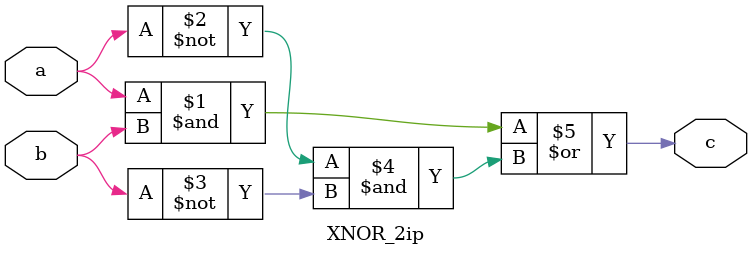
<source format=v>
module XNOR_2ip(c,a,b);
  input wire a,b;
  output c;
  
  assign c= (a&b)|((~a)&(~b));
endmodule

</source>
